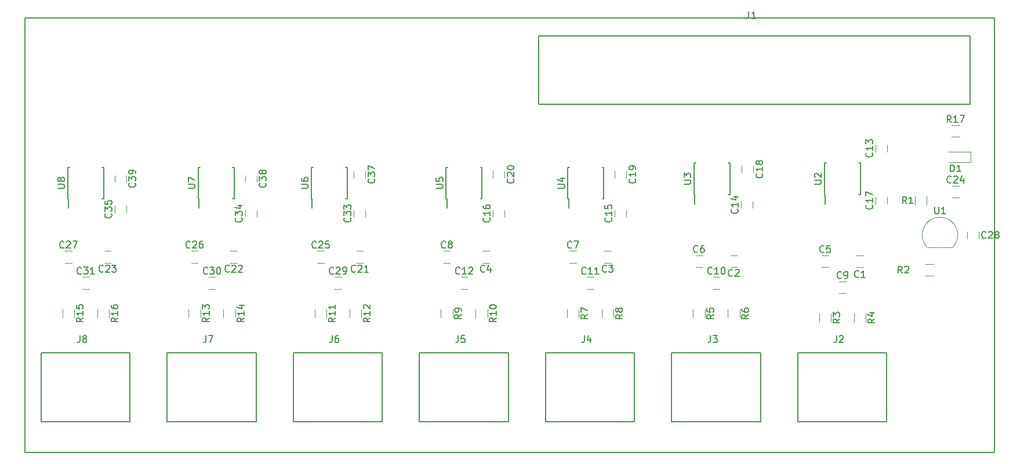
<source format=gbr>
G04 #@! TF.FileFunction,Legend,Top*
%FSLAX46Y46*%
G04 Gerber Fmt 4.6, Leading zero omitted, Abs format (unit mm)*
G04 Created by KiCad (PCBNEW 4.0.7) date Sun Jan 28 04:55:33 2018*
%MOMM*%
%LPD*%
G01*
G04 APERTURE LIST*
%ADD10C,0.100000*%
%ADD11C,0.150000*%
%ADD12C,0.120000*%
G04 APERTURE END LIST*
D10*
D11*
X106680000Y-33655000D02*
X106680000Y-97155000D01*
X106680000Y-33655000D02*
X248285000Y-33655000D01*
X248285000Y-97155000D02*
X106680000Y-97155000D01*
X248285000Y-33655000D02*
X248285000Y-97155000D01*
X223435000Y-59475000D02*
X223560000Y-59475000D01*
X223435000Y-54825000D02*
X223660000Y-54825000D01*
X228685000Y-54825000D02*
X228460000Y-54825000D01*
X228685000Y-59475000D02*
X228460000Y-59475000D01*
X223435000Y-59475000D02*
X223435000Y-54825000D01*
X228685000Y-59475000D02*
X228685000Y-54825000D01*
X223560000Y-59475000D02*
X223560000Y-60825000D01*
X231520000Y-92630000D02*
X232520000Y-92630000D01*
X231520000Y-82630000D02*
X232520000Y-82630000D01*
X219520000Y-92630000D02*
X219520000Y-82630000D01*
X219520000Y-82630000D02*
X231520000Y-82630000D01*
X232520000Y-82630000D02*
X232520000Y-92630000D01*
X231520000Y-92630000D02*
X219520000Y-92630000D01*
D12*
X228100000Y-70065000D02*
X229100000Y-70065000D01*
X229100000Y-68365000D02*
X228100000Y-68365000D01*
X224020000Y-68365000D02*
X223020000Y-68365000D01*
X223020000Y-70065000D02*
X224020000Y-70065000D01*
X226560000Y-72175000D02*
X225560000Y-72175000D01*
X225560000Y-73875000D02*
X226560000Y-73875000D01*
X209685000Y-70065000D02*
X210685000Y-70065000D01*
X210685000Y-68365000D02*
X209685000Y-68365000D01*
X191270000Y-69430000D02*
X192270000Y-69430000D01*
X192270000Y-67730000D02*
X191270000Y-67730000D01*
X173490000Y-69430000D02*
X174490000Y-69430000D01*
X174490000Y-67730000D02*
X173490000Y-67730000D01*
X205605000Y-68365000D02*
X204605000Y-68365000D01*
X204605000Y-70065000D02*
X205605000Y-70065000D01*
X187190000Y-67730000D02*
X186190000Y-67730000D01*
X186190000Y-69430000D02*
X187190000Y-69430000D01*
X168775000Y-67730000D02*
X167775000Y-67730000D01*
X167775000Y-69430000D02*
X168775000Y-69430000D01*
X208145000Y-71540000D02*
X207145000Y-71540000D01*
X207145000Y-73240000D02*
X208145000Y-73240000D01*
X189730000Y-71540000D02*
X188730000Y-71540000D01*
X188730000Y-73240000D02*
X189730000Y-73240000D01*
X171315000Y-71540000D02*
X170315000Y-71540000D01*
X170315000Y-73240000D02*
X171315000Y-73240000D01*
X230925000Y-52205000D02*
X230925000Y-53205000D01*
X232625000Y-53205000D02*
X232625000Y-52205000D01*
X211240000Y-60460000D02*
X211240000Y-61460000D01*
X212940000Y-61460000D02*
X212940000Y-60460000D01*
X192825000Y-61730000D02*
X192825000Y-62730000D01*
X194525000Y-62730000D02*
X194525000Y-61730000D01*
X175045000Y-61730000D02*
X175045000Y-62730000D01*
X176745000Y-62730000D02*
X176745000Y-61730000D01*
X230925000Y-59825000D02*
X230925000Y-60825000D01*
X232625000Y-60825000D02*
X232625000Y-59825000D01*
X213067000Y-56253000D02*
X213067000Y-55253000D01*
X211367000Y-55253000D02*
X211367000Y-56253000D01*
X194525000Y-57015000D02*
X194525000Y-56015000D01*
X192825000Y-56015000D02*
X192825000Y-57015000D01*
X176745000Y-57015000D02*
X176745000Y-56015000D01*
X175045000Y-56015000D02*
X175045000Y-57015000D01*
X155075000Y-69430000D02*
X156075000Y-69430000D01*
X156075000Y-67730000D02*
X155075000Y-67730000D01*
X136660000Y-69430000D02*
X137660000Y-69430000D01*
X137660000Y-67730000D02*
X136660000Y-67730000D01*
X118245000Y-69430000D02*
X119245000Y-69430000D01*
X119245000Y-67730000D02*
X118245000Y-67730000D01*
X243070000Y-58205000D02*
X242070000Y-58205000D01*
X242070000Y-59905000D02*
X243070000Y-59905000D01*
X150360000Y-67730000D02*
X149360000Y-67730000D01*
X149360000Y-69430000D02*
X150360000Y-69430000D01*
X131945000Y-67730000D02*
X130945000Y-67730000D01*
X130945000Y-69430000D02*
X131945000Y-69430000D01*
X113530000Y-67730000D02*
X112530000Y-67730000D01*
X112530000Y-69430000D02*
X113530000Y-69430000D01*
X244260000Y-64905000D02*
X244260000Y-65905000D01*
X245960000Y-65905000D02*
X245960000Y-64905000D01*
X152900000Y-71540000D02*
X151900000Y-71540000D01*
X151900000Y-73240000D02*
X152900000Y-73240000D01*
X134485000Y-71540000D02*
X133485000Y-71540000D01*
X133485000Y-73240000D02*
X134485000Y-73240000D01*
X116070000Y-71540000D02*
X115070000Y-71540000D01*
X115070000Y-73240000D02*
X116070000Y-73240000D01*
X154725000Y-61730000D02*
X154725000Y-62730000D01*
X156425000Y-62730000D02*
X156425000Y-61730000D01*
X138850000Y-61730000D02*
X138850000Y-62730000D01*
X140550000Y-62730000D02*
X140550000Y-61730000D01*
X119800000Y-61095000D02*
X119800000Y-62095000D01*
X121500000Y-62095000D02*
X121500000Y-61095000D01*
X156425000Y-57015000D02*
X156425000Y-56015000D01*
X154725000Y-56015000D02*
X154725000Y-57015000D01*
X140550000Y-57650000D02*
X140550000Y-56650000D01*
X138850000Y-56650000D02*
X138850000Y-57650000D01*
X121500000Y-57650000D02*
X121500000Y-56650000D01*
X119800000Y-56650000D02*
X119800000Y-57650000D01*
X241570000Y-53225000D02*
X244770000Y-53225000D01*
X244770000Y-54725000D02*
X241570000Y-54725000D01*
X244770000Y-54725000D02*
X244770000Y-53225000D01*
D11*
X181725000Y-42275000D02*
X181725000Y-36275000D01*
X181725000Y-36275000D02*
X244725000Y-36275000D01*
X244725000Y-36275000D02*
X244725000Y-46275000D01*
X244725000Y-46275000D02*
X181725000Y-46275000D01*
X181725000Y-46275000D02*
X181725000Y-42275000D01*
X213105000Y-92630000D02*
X214105000Y-92630000D01*
X213105000Y-82630000D02*
X214105000Y-82630000D01*
X201105000Y-92630000D02*
X201105000Y-82630000D01*
X201105000Y-82630000D02*
X213105000Y-82630000D01*
X214105000Y-82630000D02*
X214105000Y-92630000D01*
X213105000Y-92630000D02*
X201105000Y-92630000D01*
X194690000Y-92630000D02*
X195690000Y-92630000D01*
X194690000Y-82630000D02*
X195690000Y-82630000D01*
X182690000Y-92630000D02*
X182690000Y-82630000D01*
X182690000Y-82630000D02*
X194690000Y-82630000D01*
X195690000Y-82630000D02*
X195690000Y-92630000D01*
X194690000Y-92630000D02*
X182690000Y-92630000D01*
X176275000Y-92630000D02*
X177275000Y-92630000D01*
X176275000Y-82630000D02*
X177275000Y-82630000D01*
X164275000Y-92630000D02*
X164275000Y-82630000D01*
X164275000Y-82630000D02*
X176275000Y-82630000D01*
X177275000Y-82630000D02*
X177275000Y-92630000D01*
X176275000Y-92630000D02*
X164275000Y-92630000D01*
X157860000Y-92630000D02*
X158860000Y-92630000D01*
X157860000Y-82630000D02*
X158860000Y-82630000D01*
X145860000Y-92630000D02*
X145860000Y-82630000D01*
X145860000Y-82630000D02*
X157860000Y-82630000D01*
X158860000Y-82630000D02*
X158860000Y-92630000D01*
X157860000Y-92630000D02*
X145860000Y-92630000D01*
X139445000Y-92630000D02*
X140445000Y-92630000D01*
X139445000Y-82630000D02*
X140445000Y-82630000D01*
X127445000Y-92630000D02*
X127445000Y-82630000D01*
X127445000Y-82630000D02*
X139445000Y-82630000D01*
X140445000Y-82630000D02*
X140445000Y-92630000D01*
X139445000Y-92630000D02*
X127445000Y-92630000D01*
X121030000Y-92630000D02*
X122030000Y-92630000D01*
X121030000Y-82630000D02*
X122030000Y-82630000D01*
X109030000Y-92630000D02*
X109030000Y-82630000D01*
X109030000Y-82630000D02*
X121030000Y-82630000D01*
X122030000Y-82630000D02*
X122030000Y-92630000D01*
X121030000Y-92630000D02*
X109030000Y-92630000D01*
D12*
X238370000Y-59725000D02*
X238370000Y-60925000D01*
X236610000Y-60925000D02*
X236610000Y-59725000D01*
X238160000Y-69605000D02*
X239360000Y-69605000D01*
X239360000Y-71365000D02*
X238160000Y-71365000D01*
X222640000Y-78070000D02*
X222640000Y-76870000D01*
X224400000Y-76870000D02*
X224400000Y-78070000D01*
X227720000Y-78070000D02*
X227720000Y-76870000D01*
X229480000Y-76870000D02*
X229480000Y-78070000D01*
X204225000Y-77435000D02*
X204225000Y-76235000D01*
X205985000Y-76235000D02*
X205985000Y-77435000D01*
X209305000Y-77435000D02*
X209305000Y-76235000D01*
X211065000Y-76235000D02*
X211065000Y-77435000D01*
X185810000Y-77435000D02*
X185810000Y-76235000D01*
X187570000Y-76235000D02*
X187570000Y-77435000D01*
X190890000Y-77435000D02*
X190890000Y-76235000D01*
X192650000Y-76235000D02*
X192650000Y-77435000D01*
X167395000Y-77435000D02*
X167395000Y-76235000D01*
X169155000Y-76235000D02*
X169155000Y-77435000D01*
X172475000Y-77435000D02*
X172475000Y-76235000D01*
X174235000Y-76235000D02*
X174235000Y-77435000D01*
X148980000Y-77435000D02*
X148980000Y-76235000D01*
X150740000Y-76235000D02*
X150740000Y-77435000D01*
X154060000Y-77435000D02*
X154060000Y-76235000D01*
X155820000Y-76235000D02*
X155820000Y-77435000D01*
X130565000Y-77435000D02*
X130565000Y-76235000D01*
X132325000Y-76235000D02*
X132325000Y-77435000D01*
X135645000Y-77435000D02*
X135645000Y-76235000D01*
X137405000Y-76235000D02*
X137405000Y-77435000D01*
X112150000Y-77435000D02*
X112150000Y-76235000D01*
X113910000Y-76235000D02*
X113910000Y-77435000D01*
X117230000Y-77435000D02*
X117230000Y-76235000D01*
X118990000Y-76235000D02*
X118990000Y-77435000D01*
X243170000Y-51045000D02*
X241970000Y-51045000D01*
X241970000Y-49285000D02*
X243170000Y-49285000D01*
X238490000Y-67210000D02*
X242090000Y-67210000D01*
X238451522Y-67198478D02*
G75*
G02X240290000Y-62760000I1838478J1838478D01*
G01*
X242128478Y-67198478D02*
G75*
G03X240290000Y-62760000I-1838478J1838478D01*
G01*
D11*
X204385000Y-59475000D02*
X204510000Y-59475000D01*
X204385000Y-54825000D02*
X204610000Y-54825000D01*
X209635000Y-54825000D02*
X209410000Y-54825000D01*
X209635000Y-59475000D02*
X209410000Y-59475000D01*
X204385000Y-59475000D02*
X204385000Y-54825000D01*
X209635000Y-59475000D02*
X209635000Y-54825000D01*
X204510000Y-59475000D02*
X204510000Y-60825000D01*
X185970000Y-60110000D02*
X186095000Y-60110000D01*
X185970000Y-55460000D02*
X186195000Y-55460000D01*
X191220000Y-55460000D02*
X190995000Y-55460000D01*
X191220000Y-60110000D02*
X190995000Y-60110000D01*
X185970000Y-60110000D02*
X185970000Y-55460000D01*
X191220000Y-60110000D02*
X191220000Y-55460000D01*
X186095000Y-60110000D02*
X186095000Y-61460000D01*
X168190000Y-60110000D02*
X168315000Y-60110000D01*
X168190000Y-55460000D02*
X168415000Y-55460000D01*
X173440000Y-55460000D02*
X173215000Y-55460000D01*
X173440000Y-60110000D02*
X173215000Y-60110000D01*
X168190000Y-60110000D02*
X168190000Y-55460000D01*
X173440000Y-60110000D02*
X173440000Y-55460000D01*
X168315000Y-60110000D02*
X168315000Y-61460000D01*
X148505000Y-60110000D02*
X148630000Y-60110000D01*
X148505000Y-55460000D02*
X148730000Y-55460000D01*
X153755000Y-55460000D02*
X153530000Y-55460000D01*
X153755000Y-60110000D02*
X153530000Y-60110000D01*
X148505000Y-60110000D02*
X148505000Y-55460000D01*
X153755000Y-60110000D02*
X153755000Y-55460000D01*
X148630000Y-60110000D02*
X148630000Y-61460000D01*
X131995000Y-60110000D02*
X132120000Y-60110000D01*
X131995000Y-55460000D02*
X132220000Y-55460000D01*
X137245000Y-55460000D02*
X137020000Y-55460000D01*
X137245000Y-60110000D02*
X137020000Y-60110000D01*
X131995000Y-60110000D02*
X131995000Y-55460000D01*
X137245000Y-60110000D02*
X137245000Y-55460000D01*
X132120000Y-60110000D02*
X132120000Y-61460000D01*
X112945000Y-60110000D02*
X113070000Y-60110000D01*
X112945000Y-55460000D02*
X113170000Y-55460000D01*
X118195000Y-55460000D02*
X117970000Y-55460000D01*
X118195000Y-60110000D02*
X117970000Y-60110000D01*
X112945000Y-60110000D02*
X112945000Y-55460000D01*
X118195000Y-60110000D02*
X118195000Y-55460000D01*
X113070000Y-60110000D02*
X113070000Y-61460000D01*
X221962381Y-57911905D02*
X222771905Y-57911905D01*
X222867143Y-57864286D01*
X222914762Y-57816667D01*
X222962381Y-57721429D01*
X222962381Y-57530952D01*
X222914762Y-57435714D01*
X222867143Y-57388095D01*
X222771905Y-57340476D01*
X221962381Y-57340476D01*
X222057619Y-56911905D02*
X222010000Y-56864286D01*
X221962381Y-56769048D01*
X221962381Y-56530952D01*
X222010000Y-56435714D01*
X222057619Y-56388095D01*
X222152857Y-56340476D01*
X222248095Y-56340476D01*
X222390952Y-56388095D01*
X222962381Y-56959524D01*
X222962381Y-56340476D01*
X225186667Y-80082381D02*
X225186667Y-80796667D01*
X225139047Y-80939524D01*
X225043809Y-81034762D01*
X224900952Y-81082381D01*
X224805714Y-81082381D01*
X225615238Y-80177619D02*
X225662857Y-80130000D01*
X225758095Y-80082381D01*
X225996191Y-80082381D01*
X226091429Y-80130000D01*
X226139048Y-80177619D01*
X226186667Y-80272857D01*
X226186667Y-80368095D01*
X226139048Y-80510952D01*
X225567619Y-81082381D01*
X226186667Y-81082381D01*
X228433334Y-71477143D02*
X228385715Y-71524762D01*
X228242858Y-71572381D01*
X228147620Y-71572381D01*
X228004762Y-71524762D01*
X227909524Y-71429524D01*
X227861905Y-71334286D01*
X227814286Y-71143810D01*
X227814286Y-71000952D01*
X227861905Y-70810476D01*
X227909524Y-70715238D01*
X228004762Y-70620000D01*
X228147620Y-70572381D01*
X228242858Y-70572381D01*
X228385715Y-70620000D01*
X228433334Y-70667619D01*
X229385715Y-71572381D02*
X228814286Y-71572381D01*
X229100000Y-71572381D02*
X229100000Y-70572381D01*
X229004762Y-70715238D01*
X228909524Y-70810476D01*
X228814286Y-70858095D01*
X223353334Y-67822143D02*
X223305715Y-67869762D01*
X223162858Y-67917381D01*
X223067620Y-67917381D01*
X222924762Y-67869762D01*
X222829524Y-67774524D01*
X222781905Y-67679286D01*
X222734286Y-67488810D01*
X222734286Y-67345952D01*
X222781905Y-67155476D01*
X222829524Y-67060238D01*
X222924762Y-66965000D01*
X223067620Y-66917381D01*
X223162858Y-66917381D01*
X223305715Y-66965000D01*
X223353334Y-67012619D01*
X224258096Y-66917381D02*
X223781905Y-66917381D01*
X223734286Y-67393571D01*
X223781905Y-67345952D01*
X223877143Y-67298333D01*
X224115239Y-67298333D01*
X224210477Y-67345952D01*
X224258096Y-67393571D01*
X224305715Y-67488810D01*
X224305715Y-67726905D01*
X224258096Y-67822143D01*
X224210477Y-67869762D01*
X224115239Y-67917381D01*
X223877143Y-67917381D01*
X223781905Y-67869762D01*
X223734286Y-67822143D01*
X225893334Y-71632143D02*
X225845715Y-71679762D01*
X225702858Y-71727381D01*
X225607620Y-71727381D01*
X225464762Y-71679762D01*
X225369524Y-71584524D01*
X225321905Y-71489286D01*
X225274286Y-71298810D01*
X225274286Y-71155952D01*
X225321905Y-70965476D01*
X225369524Y-70870238D01*
X225464762Y-70775000D01*
X225607620Y-70727381D01*
X225702858Y-70727381D01*
X225845715Y-70775000D01*
X225893334Y-70822619D01*
X226369524Y-71727381D02*
X226560000Y-71727381D01*
X226655239Y-71679762D01*
X226702858Y-71632143D01*
X226798096Y-71489286D01*
X226845715Y-71298810D01*
X226845715Y-70917857D01*
X226798096Y-70822619D01*
X226750477Y-70775000D01*
X226655239Y-70727381D01*
X226464762Y-70727381D01*
X226369524Y-70775000D01*
X226321905Y-70822619D01*
X226274286Y-70917857D01*
X226274286Y-71155952D01*
X226321905Y-71251190D01*
X226369524Y-71298810D01*
X226464762Y-71346429D01*
X226655239Y-71346429D01*
X226750477Y-71298810D01*
X226798096Y-71251190D01*
X226845715Y-71155952D01*
X210018334Y-71322143D02*
X209970715Y-71369762D01*
X209827858Y-71417381D01*
X209732620Y-71417381D01*
X209589762Y-71369762D01*
X209494524Y-71274524D01*
X209446905Y-71179286D01*
X209399286Y-70988810D01*
X209399286Y-70845952D01*
X209446905Y-70655476D01*
X209494524Y-70560238D01*
X209589762Y-70465000D01*
X209732620Y-70417381D01*
X209827858Y-70417381D01*
X209970715Y-70465000D01*
X210018334Y-70512619D01*
X210399286Y-70512619D02*
X210446905Y-70465000D01*
X210542143Y-70417381D01*
X210780239Y-70417381D01*
X210875477Y-70465000D01*
X210923096Y-70512619D01*
X210970715Y-70607857D01*
X210970715Y-70703095D01*
X210923096Y-70845952D01*
X210351667Y-71417381D01*
X210970715Y-71417381D01*
X191603334Y-70687143D02*
X191555715Y-70734762D01*
X191412858Y-70782381D01*
X191317620Y-70782381D01*
X191174762Y-70734762D01*
X191079524Y-70639524D01*
X191031905Y-70544286D01*
X190984286Y-70353810D01*
X190984286Y-70210952D01*
X191031905Y-70020476D01*
X191079524Y-69925238D01*
X191174762Y-69830000D01*
X191317620Y-69782381D01*
X191412858Y-69782381D01*
X191555715Y-69830000D01*
X191603334Y-69877619D01*
X191936667Y-69782381D02*
X192555715Y-69782381D01*
X192222381Y-70163333D01*
X192365239Y-70163333D01*
X192460477Y-70210952D01*
X192508096Y-70258571D01*
X192555715Y-70353810D01*
X192555715Y-70591905D01*
X192508096Y-70687143D01*
X192460477Y-70734762D01*
X192365239Y-70782381D01*
X192079524Y-70782381D01*
X191984286Y-70734762D01*
X191936667Y-70687143D01*
X173823334Y-70687143D02*
X173775715Y-70734762D01*
X173632858Y-70782381D01*
X173537620Y-70782381D01*
X173394762Y-70734762D01*
X173299524Y-70639524D01*
X173251905Y-70544286D01*
X173204286Y-70353810D01*
X173204286Y-70210952D01*
X173251905Y-70020476D01*
X173299524Y-69925238D01*
X173394762Y-69830000D01*
X173537620Y-69782381D01*
X173632858Y-69782381D01*
X173775715Y-69830000D01*
X173823334Y-69877619D01*
X174680477Y-70115714D02*
X174680477Y-70782381D01*
X174442381Y-69734762D02*
X174204286Y-70449048D01*
X174823334Y-70449048D01*
X204938334Y-67822143D02*
X204890715Y-67869762D01*
X204747858Y-67917381D01*
X204652620Y-67917381D01*
X204509762Y-67869762D01*
X204414524Y-67774524D01*
X204366905Y-67679286D01*
X204319286Y-67488810D01*
X204319286Y-67345952D01*
X204366905Y-67155476D01*
X204414524Y-67060238D01*
X204509762Y-66965000D01*
X204652620Y-66917381D01*
X204747858Y-66917381D01*
X204890715Y-66965000D01*
X204938334Y-67012619D01*
X205795477Y-66917381D02*
X205605000Y-66917381D01*
X205509762Y-66965000D01*
X205462143Y-67012619D01*
X205366905Y-67155476D01*
X205319286Y-67345952D01*
X205319286Y-67726905D01*
X205366905Y-67822143D01*
X205414524Y-67869762D01*
X205509762Y-67917381D01*
X205700239Y-67917381D01*
X205795477Y-67869762D01*
X205843096Y-67822143D01*
X205890715Y-67726905D01*
X205890715Y-67488810D01*
X205843096Y-67393571D01*
X205795477Y-67345952D01*
X205700239Y-67298333D01*
X205509762Y-67298333D01*
X205414524Y-67345952D01*
X205366905Y-67393571D01*
X205319286Y-67488810D01*
X186523334Y-67187143D02*
X186475715Y-67234762D01*
X186332858Y-67282381D01*
X186237620Y-67282381D01*
X186094762Y-67234762D01*
X185999524Y-67139524D01*
X185951905Y-67044286D01*
X185904286Y-66853810D01*
X185904286Y-66710952D01*
X185951905Y-66520476D01*
X185999524Y-66425238D01*
X186094762Y-66330000D01*
X186237620Y-66282381D01*
X186332858Y-66282381D01*
X186475715Y-66330000D01*
X186523334Y-66377619D01*
X186856667Y-66282381D02*
X187523334Y-66282381D01*
X187094762Y-67282381D01*
X168108334Y-67187143D02*
X168060715Y-67234762D01*
X167917858Y-67282381D01*
X167822620Y-67282381D01*
X167679762Y-67234762D01*
X167584524Y-67139524D01*
X167536905Y-67044286D01*
X167489286Y-66853810D01*
X167489286Y-66710952D01*
X167536905Y-66520476D01*
X167584524Y-66425238D01*
X167679762Y-66330000D01*
X167822620Y-66282381D01*
X167917858Y-66282381D01*
X168060715Y-66330000D01*
X168108334Y-66377619D01*
X168679762Y-66710952D02*
X168584524Y-66663333D01*
X168536905Y-66615714D01*
X168489286Y-66520476D01*
X168489286Y-66472857D01*
X168536905Y-66377619D01*
X168584524Y-66330000D01*
X168679762Y-66282381D01*
X168870239Y-66282381D01*
X168965477Y-66330000D01*
X169013096Y-66377619D01*
X169060715Y-66472857D01*
X169060715Y-66520476D01*
X169013096Y-66615714D01*
X168965477Y-66663333D01*
X168870239Y-66710952D01*
X168679762Y-66710952D01*
X168584524Y-66758571D01*
X168536905Y-66806190D01*
X168489286Y-66901429D01*
X168489286Y-67091905D01*
X168536905Y-67187143D01*
X168584524Y-67234762D01*
X168679762Y-67282381D01*
X168870239Y-67282381D01*
X168965477Y-67234762D01*
X169013096Y-67187143D01*
X169060715Y-67091905D01*
X169060715Y-66901429D01*
X169013096Y-66806190D01*
X168965477Y-66758571D01*
X168870239Y-66710952D01*
X207002143Y-70997143D02*
X206954524Y-71044762D01*
X206811667Y-71092381D01*
X206716429Y-71092381D01*
X206573571Y-71044762D01*
X206478333Y-70949524D01*
X206430714Y-70854286D01*
X206383095Y-70663810D01*
X206383095Y-70520952D01*
X206430714Y-70330476D01*
X206478333Y-70235238D01*
X206573571Y-70140000D01*
X206716429Y-70092381D01*
X206811667Y-70092381D01*
X206954524Y-70140000D01*
X207002143Y-70187619D01*
X207954524Y-71092381D02*
X207383095Y-71092381D01*
X207668809Y-71092381D02*
X207668809Y-70092381D01*
X207573571Y-70235238D01*
X207478333Y-70330476D01*
X207383095Y-70378095D01*
X208573571Y-70092381D02*
X208668810Y-70092381D01*
X208764048Y-70140000D01*
X208811667Y-70187619D01*
X208859286Y-70282857D01*
X208906905Y-70473333D01*
X208906905Y-70711429D01*
X208859286Y-70901905D01*
X208811667Y-70997143D01*
X208764048Y-71044762D01*
X208668810Y-71092381D01*
X208573571Y-71092381D01*
X208478333Y-71044762D01*
X208430714Y-70997143D01*
X208383095Y-70901905D01*
X208335476Y-70711429D01*
X208335476Y-70473333D01*
X208383095Y-70282857D01*
X208430714Y-70187619D01*
X208478333Y-70140000D01*
X208573571Y-70092381D01*
X188587143Y-70997143D02*
X188539524Y-71044762D01*
X188396667Y-71092381D01*
X188301429Y-71092381D01*
X188158571Y-71044762D01*
X188063333Y-70949524D01*
X188015714Y-70854286D01*
X187968095Y-70663810D01*
X187968095Y-70520952D01*
X188015714Y-70330476D01*
X188063333Y-70235238D01*
X188158571Y-70140000D01*
X188301429Y-70092381D01*
X188396667Y-70092381D01*
X188539524Y-70140000D01*
X188587143Y-70187619D01*
X189539524Y-71092381D02*
X188968095Y-71092381D01*
X189253809Y-71092381D02*
X189253809Y-70092381D01*
X189158571Y-70235238D01*
X189063333Y-70330476D01*
X188968095Y-70378095D01*
X190491905Y-71092381D02*
X189920476Y-71092381D01*
X190206190Y-71092381D02*
X190206190Y-70092381D01*
X190110952Y-70235238D01*
X190015714Y-70330476D01*
X189920476Y-70378095D01*
X170172143Y-70997143D02*
X170124524Y-71044762D01*
X169981667Y-71092381D01*
X169886429Y-71092381D01*
X169743571Y-71044762D01*
X169648333Y-70949524D01*
X169600714Y-70854286D01*
X169553095Y-70663810D01*
X169553095Y-70520952D01*
X169600714Y-70330476D01*
X169648333Y-70235238D01*
X169743571Y-70140000D01*
X169886429Y-70092381D01*
X169981667Y-70092381D01*
X170124524Y-70140000D01*
X170172143Y-70187619D01*
X171124524Y-71092381D02*
X170553095Y-71092381D01*
X170838809Y-71092381D02*
X170838809Y-70092381D01*
X170743571Y-70235238D01*
X170648333Y-70330476D01*
X170553095Y-70378095D01*
X171505476Y-70187619D02*
X171553095Y-70140000D01*
X171648333Y-70092381D01*
X171886429Y-70092381D01*
X171981667Y-70140000D01*
X172029286Y-70187619D01*
X172076905Y-70282857D01*
X172076905Y-70378095D01*
X172029286Y-70520952D01*
X171457857Y-71092381D01*
X172076905Y-71092381D01*
X230382143Y-53347857D02*
X230429762Y-53395476D01*
X230477381Y-53538333D01*
X230477381Y-53633571D01*
X230429762Y-53776429D01*
X230334524Y-53871667D01*
X230239286Y-53919286D01*
X230048810Y-53966905D01*
X229905952Y-53966905D01*
X229715476Y-53919286D01*
X229620238Y-53871667D01*
X229525000Y-53776429D01*
X229477381Y-53633571D01*
X229477381Y-53538333D01*
X229525000Y-53395476D01*
X229572619Y-53347857D01*
X230477381Y-52395476D02*
X230477381Y-52966905D01*
X230477381Y-52681191D02*
X229477381Y-52681191D01*
X229620238Y-52776429D01*
X229715476Y-52871667D01*
X229763095Y-52966905D01*
X229477381Y-52062143D02*
X229477381Y-51443095D01*
X229858333Y-51776429D01*
X229858333Y-51633571D01*
X229905952Y-51538333D01*
X229953571Y-51490714D01*
X230048810Y-51443095D01*
X230286905Y-51443095D01*
X230382143Y-51490714D01*
X230429762Y-51538333D01*
X230477381Y-51633571D01*
X230477381Y-51919286D01*
X230429762Y-52014524D01*
X230382143Y-52062143D01*
X210697143Y-61602857D02*
X210744762Y-61650476D01*
X210792381Y-61793333D01*
X210792381Y-61888571D01*
X210744762Y-62031429D01*
X210649524Y-62126667D01*
X210554286Y-62174286D01*
X210363810Y-62221905D01*
X210220952Y-62221905D01*
X210030476Y-62174286D01*
X209935238Y-62126667D01*
X209840000Y-62031429D01*
X209792381Y-61888571D01*
X209792381Y-61793333D01*
X209840000Y-61650476D01*
X209887619Y-61602857D01*
X210792381Y-60650476D02*
X210792381Y-61221905D01*
X210792381Y-60936191D02*
X209792381Y-60936191D01*
X209935238Y-61031429D01*
X210030476Y-61126667D01*
X210078095Y-61221905D01*
X210125714Y-59793333D02*
X210792381Y-59793333D01*
X209744762Y-60031429D02*
X210459048Y-60269524D01*
X210459048Y-59650476D01*
X192282143Y-62872857D02*
X192329762Y-62920476D01*
X192377381Y-63063333D01*
X192377381Y-63158571D01*
X192329762Y-63301429D01*
X192234524Y-63396667D01*
X192139286Y-63444286D01*
X191948810Y-63491905D01*
X191805952Y-63491905D01*
X191615476Y-63444286D01*
X191520238Y-63396667D01*
X191425000Y-63301429D01*
X191377381Y-63158571D01*
X191377381Y-63063333D01*
X191425000Y-62920476D01*
X191472619Y-62872857D01*
X192377381Y-61920476D02*
X192377381Y-62491905D01*
X192377381Y-62206191D02*
X191377381Y-62206191D01*
X191520238Y-62301429D01*
X191615476Y-62396667D01*
X191663095Y-62491905D01*
X191377381Y-61015714D02*
X191377381Y-61491905D01*
X191853571Y-61539524D01*
X191805952Y-61491905D01*
X191758333Y-61396667D01*
X191758333Y-61158571D01*
X191805952Y-61063333D01*
X191853571Y-61015714D01*
X191948810Y-60968095D01*
X192186905Y-60968095D01*
X192282143Y-61015714D01*
X192329762Y-61063333D01*
X192377381Y-61158571D01*
X192377381Y-61396667D01*
X192329762Y-61491905D01*
X192282143Y-61539524D01*
X174502143Y-62872857D02*
X174549762Y-62920476D01*
X174597381Y-63063333D01*
X174597381Y-63158571D01*
X174549762Y-63301429D01*
X174454524Y-63396667D01*
X174359286Y-63444286D01*
X174168810Y-63491905D01*
X174025952Y-63491905D01*
X173835476Y-63444286D01*
X173740238Y-63396667D01*
X173645000Y-63301429D01*
X173597381Y-63158571D01*
X173597381Y-63063333D01*
X173645000Y-62920476D01*
X173692619Y-62872857D01*
X174597381Y-61920476D02*
X174597381Y-62491905D01*
X174597381Y-62206191D02*
X173597381Y-62206191D01*
X173740238Y-62301429D01*
X173835476Y-62396667D01*
X173883095Y-62491905D01*
X173597381Y-61063333D02*
X173597381Y-61253810D01*
X173645000Y-61349048D01*
X173692619Y-61396667D01*
X173835476Y-61491905D01*
X174025952Y-61539524D01*
X174406905Y-61539524D01*
X174502143Y-61491905D01*
X174549762Y-61444286D01*
X174597381Y-61349048D01*
X174597381Y-61158571D01*
X174549762Y-61063333D01*
X174502143Y-61015714D01*
X174406905Y-60968095D01*
X174168810Y-60968095D01*
X174073571Y-61015714D01*
X174025952Y-61063333D01*
X173978333Y-61158571D01*
X173978333Y-61349048D01*
X174025952Y-61444286D01*
X174073571Y-61491905D01*
X174168810Y-61539524D01*
X230382143Y-60967857D02*
X230429762Y-61015476D01*
X230477381Y-61158333D01*
X230477381Y-61253571D01*
X230429762Y-61396429D01*
X230334524Y-61491667D01*
X230239286Y-61539286D01*
X230048810Y-61586905D01*
X229905952Y-61586905D01*
X229715476Y-61539286D01*
X229620238Y-61491667D01*
X229525000Y-61396429D01*
X229477381Y-61253571D01*
X229477381Y-61158333D01*
X229525000Y-61015476D01*
X229572619Y-60967857D01*
X230477381Y-60015476D02*
X230477381Y-60586905D01*
X230477381Y-60301191D02*
X229477381Y-60301191D01*
X229620238Y-60396429D01*
X229715476Y-60491667D01*
X229763095Y-60586905D01*
X229477381Y-59682143D02*
X229477381Y-59015476D01*
X230477381Y-59444048D01*
X214324143Y-56395857D02*
X214371762Y-56443476D01*
X214419381Y-56586333D01*
X214419381Y-56681571D01*
X214371762Y-56824429D01*
X214276524Y-56919667D01*
X214181286Y-56967286D01*
X213990810Y-57014905D01*
X213847952Y-57014905D01*
X213657476Y-56967286D01*
X213562238Y-56919667D01*
X213467000Y-56824429D01*
X213419381Y-56681571D01*
X213419381Y-56586333D01*
X213467000Y-56443476D01*
X213514619Y-56395857D01*
X214419381Y-55443476D02*
X214419381Y-56014905D01*
X214419381Y-55729191D02*
X213419381Y-55729191D01*
X213562238Y-55824429D01*
X213657476Y-55919667D01*
X213705095Y-56014905D01*
X213847952Y-54872048D02*
X213800333Y-54967286D01*
X213752714Y-55014905D01*
X213657476Y-55062524D01*
X213609857Y-55062524D01*
X213514619Y-55014905D01*
X213467000Y-54967286D01*
X213419381Y-54872048D01*
X213419381Y-54681571D01*
X213467000Y-54586333D01*
X213514619Y-54538714D01*
X213609857Y-54491095D01*
X213657476Y-54491095D01*
X213752714Y-54538714D01*
X213800333Y-54586333D01*
X213847952Y-54681571D01*
X213847952Y-54872048D01*
X213895571Y-54967286D01*
X213943190Y-55014905D01*
X214038429Y-55062524D01*
X214228905Y-55062524D01*
X214324143Y-55014905D01*
X214371762Y-54967286D01*
X214419381Y-54872048D01*
X214419381Y-54681571D01*
X214371762Y-54586333D01*
X214324143Y-54538714D01*
X214228905Y-54491095D01*
X214038429Y-54491095D01*
X213943190Y-54538714D01*
X213895571Y-54586333D01*
X213847952Y-54681571D01*
X195782143Y-57157857D02*
X195829762Y-57205476D01*
X195877381Y-57348333D01*
X195877381Y-57443571D01*
X195829762Y-57586429D01*
X195734524Y-57681667D01*
X195639286Y-57729286D01*
X195448810Y-57776905D01*
X195305952Y-57776905D01*
X195115476Y-57729286D01*
X195020238Y-57681667D01*
X194925000Y-57586429D01*
X194877381Y-57443571D01*
X194877381Y-57348333D01*
X194925000Y-57205476D01*
X194972619Y-57157857D01*
X195877381Y-56205476D02*
X195877381Y-56776905D01*
X195877381Y-56491191D02*
X194877381Y-56491191D01*
X195020238Y-56586429D01*
X195115476Y-56681667D01*
X195163095Y-56776905D01*
X195877381Y-55729286D02*
X195877381Y-55538810D01*
X195829762Y-55443571D01*
X195782143Y-55395952D01*
X195639286Y-55300714D01*
X195448810Y-55253095D01*
X195067857Y-55253095D01*
X194972619Y-55300714D01*
X194925000Y-55348333D01*
X194877381Y-55443571D01*
X194877381Y-55634048D01*
X194925000Y-55729286D01*
X194972619Y-55776905D01*
X195067857Y-55824524D01*
X195305952Y-55824524D01*
X195401190Y-55776905D01*
X195448810Y-55729286D01*
X195496429Y-55634048D01*
X195496429Y-55443571D01*
X195448810Y-55348333D01*
X195401190Y-55300714D01*
X195305952Y-55253095D01*
X178002143Y-57157857D02*
X178049762Y-57205476D01*
X178097381Y-57348333D01*
X178097381Y-57443571D01*
X178049762Y-57586429D01*
X177954524Y-57681667D01*
X177859286Y-57729286D01*
X177668810Y-57776905D01*
X177525952Y-57776905D01*
X177335476Y-57729286D01*
X177240238Y-57681667D01*
X177145000Y-57586429D01*
X177097381Y-57443571D01*
X177097381Y-57348333D01*
X177145000Y-57205476D01*
X177192619Y-57157857D01*
X177192619Y-56776905D02*
X177145000Y-56729286D01*
X177097381Y-56634048D01*
X177097381Y-56395952D01*
X177145000Y-56300714D01*
X177192619Y-56253095D01*
X177287857Y-56205476D01*
X177383095Y-56205476D01*
X177525952Y-56253095D01*
X178097381Y-56824524D01*
X178097381Y-56205476D01*
X177097381Y-55586429D02*
X177097381Y-55491190D01*
X177145000Y-55395952D01*
X177192619Y-55348333D01*
X177287857Y-55300714D01*
X177478333Y-55253095D01*
X177716429Y-55253095D01*
X177906905Y-55300714D01*
X178002143Y-55348333D01*
X178049762Y-55395952D01*
X178097381Y-55491190D01*
X178097381Y-55586429D01*
X178049762Y-55681667D01*
X178002143Y-55729286D01*
X177906905Y-55776905D01*
X177716429Y-55824524D01*
X177478333Y-55824524D01*
X177287857Y-55776905D01*
X177192619Y-55729286D01*
X177145000Y-55681667D01*
X177097381Y-55586429D01*
X154932143Y-70687143D02*
X154884524Y-70734762D01*
X154741667Y-70782381D01*
X154646429Y-70782381D01*
X154503571Y-70734762D01*
X154408333Y-70639524D01*
X154360714Y-70544286D01*
X154313095Y-70353810D01*
X154313095Y-70210952D01*
X154360714Y-70020476D01*
X154408333Y-69925238D01*
X154503571Y-69830000D01*
X154646429Y-69782381D01*
X154741667Y-69782381D01*
X154884524Y-69830000D01*
X154932143Y-69877619D01*
X155313095Y-69877619D02*
X155360714Y-69830000D01*
X155455952Y-69782381D01*
X155694048Y-69782381D01*
X155789286Y-69830000D01*
X155836905Y-69877619D01*
X155884524Y-69972857D01*
X155884524Y-70068095D01*
X155836905Y-70210952D01*
X155265476Y-70782381D01*
X155884524Y-70782381D01*
X156836905Y-70782381D02*
X156265476Y-70782381D01*
X156551190Y-70782381D02*
X156551190Y-69782381D01*
X156455952Y-69925238D01*
X156360714Y-70020476D01*
X156265476Y-70068095D01*
X136517143Y-70687143D02*
X136469524Y-70734762D01*
X136326667Y-70782381D01*
X136231429Y-70782381D01*
X136088571Y-70734762D01*
X135993333Y-70639524D01*
X135945714Y-70544286D01*
X135898095Y-70353810D01*
X135898095Y-70210952D01*
X135945714Y-70020476D01*
X135993333Y-69925238D01*
X136088571Y-69830000D01*
X136231429Y-69782381D01*
X136326667Y-69782381D01*
X136469524Y-69830000D01*
X136517143Y-69877619D01*
X136898095Y-69877619D02*
X136945714Y-69830000D01*
X137040952Y-69782381D01*
X137279048Y-69782381D01*
X137374286Y-69830000D01*
X137421905Y-69877619D01*
X137469524Y-69972857D01*
X137469524Y-70068095D01*
X137421905Y-70210952D01*
X136850476Y-70782381D01*
X137469524Y-70782381D01*
X137850476Y-69877619D02*
X137898095Y-69830000D01*
X137993333Y-69782381D01*
X138231429Y-69782381D01*
X138326667Y-69830000D01*
X138374286Y-69877619D01*
X138421905Y-69972857D01*
X138421905Y-70068095D01*
X138374286Y-70210952D01*
X137802857Y-70782381D01*
X138421905Y-70782381D01*
X118102143Y-70687143D02*
X118054524Y-70734762D01*
X117911667Y-70782381D01*
X117816429Y-70782381D01*
X117673571Y-70734762D01*
X117578333Y-70639524D01*
X117530714Y-70544286D01*
X117483095Y-70353810D01*
X117483095Y-70210952D01*
X117530714Y-70020476D01*
X117578333Y-69925238D01*
X117673571Y-69830000D01*
X117816429Y-69782381D01*
X117911667Y-69782381D01*
X118054524Y-69830000D01*
X118102143Y-69877619D01*
X118483095Y-69877619D02*
X118530714Y-69830000D01*
X118625952Y-69782381D01*
X118864048Y-69782381D01*
X118959286Y-69830000D01*
X119006905Y-69877619D01*
X119054524Y-69972857D01*
X119054524Y-70068095D01*
X119006905Y-70210952D01*
X118435476Y-70782381D01*
X119054524Y-70782381D01*
X119387857Y-69782381D02*
X120006905Y-69782381D01*
X119673571Y-70163333D01*
X119816429Y-70163333D01*
X119911667Y-70210952D01*
X119959286Y-70258571D01*
X120006905Y-70353810D01*
X120006905Y-70591905D01*
X119959286Y-70687143D01*
X119911667Y-70734762D01*
X119816429Y-70782381D01*
X119530714Y-70782381D01*
X119435476Y-70734762D01*
X119387857Y-70687143D01*
X241927143Y-57662143D02*
X241879524Y-57709762D01*
X241736667Y-57757381D01*
X241641429Y-57757381D01*
X241498571Y-57709762D01*
X241403333Y-57614524D01*
X241355714Y-57519286D01*
X241308095Y-57328810D01*
X241308095Y-57185952D01*
X241355714Y-56995476D01*
X241403333Y-56900238D01*
X241498571Y-56805000D01*
X241641429Y-56757381D01*
X241736667Y-56757381D01*
X241879524Y-56805000D01*
X241927143Y-56852619D01*
X242308095Y-56852619D02*
X242355714Y-56805000D01*
X242450952Y-56757381D01*
X242689048Y-56757381D01*
X242784286Y-56805000D01*
X242831905Y-56852619D01*
X242879524Y-56947857D01*
X242879524Y-57043095D01*
X242831905Y-57185952D01*
X242260476Y-57757381D01*
X242879524Y-57757381D01*
X243736667Y-57090714D02*
X243736667Y-57757381D01*
X243498571Y-56709762D02*
X243260476Y-57424048D01*
X243879524Y-57424048D01*
X149217143Y-67187143D02*
X149169524Y-67234762D01*
X149026667Y-67282381D01*
X148931429Y-67282381D01*
X148788571Y-67234762D01*
X148693333Y-67139524D01*
X148645714Y-67044286D01*
X148598095Y-66853810D01*
X148598095Y-66710952D01*
X148645714Y-66520476D01*
X148693333Y-66425238D01*
X148788571Y-66330000D01*
X148931429Y-66282381D01*
X149026667Y-66282381D01*
X149169524Y-66330000D01*
X149217143Y-66377619D01*
X149598095Y-66377619D02*
X149645714Y-66330000D01*
X149740952Y-66282381D01*
X149979048Y-66282381D01*
X150074286Y-66330000D01*
X150121905Y-66377619D01*
X150169524Y-66472857D01*
X150169524Y-66568095D01*
X150121905Y-66710952D01*
X149550476Y-67282381D01*
X150169524Y-67282381D01*
X151074286Y-66282381D02*
X150598095Y-66282381D01*
X150550476Y-66758571D01*
X150598095Y-66710952D01*
X150693333Y-66663333D01*
X150931429Y-66663333D01*
X151026667Y-66710952D01*
X151074286Y-66758571D01*
X151121905Y-66853810D01*
X151121905Y-67091905D01*
X151074286Y-67187143D01*
X151026667Y-67234762D01*
X150931429Y-67282381D01*
X150693333Y-67282381D01*
X150598095Y-67234762D01*
X150550476Y-67187143D01*
X130802143Y-67187143D02*
X130754524Y-67234762D01*
X130611667Y-67282381D01*
X130516429Y-67282381D01*
X130373571Y-67234762D01*
X130278333Y-67139524D01*
X130230714Y-67044286D01*
X130183095Y-66853810D01*
X130183095Y-66710952D01*
X130230714Y-66520476D01*
X130278333Y-66425238D01*
X130373571Y-66330000D01*
X130516429Y-66282381D01*
X130611667Y-66282381D01*
X130754524Y-66330000D01*
X130802143Y-66377619D01*
X131183095Y-66377619D02*
X131230714Y-66330000D01*
X131325952Y-66282381D01*
X131564048Y-66282381D01*
X131659286Y-66330000D01*
X131706905Y-66377619D01*
X131754524Y-66472857D01*
X131754524Y-66568095D01*
X131706905Y-66710952D01*
X131135476Y-67282381D01*
X131754524Y-67282381D01*
X132611667Y-66282381D02*
X132421190Y-66282381D01*
X132325952Y-66330000D01*
X132278333Y-66377619D01*
X132183095Y-66520476D01*
X132135476Y-66710952D01*
X132135476Y-67091905D01*
X132183095Y-67187143D01*
X132230714Y-67234762D01*
X132325952Y-67282381D01*
X132516429Y-67282381D01*
X132611667Y-67234762D01*
X132659286Y-67187143D01*
X132706905Y-67091905D01*
X132706905Y-66853810D01*
X132659286Y-66758571D01*
X132611667Y-66710952D01*
X132516429Y-66663333D01*
X132325952Y-66663333D01*
X132230714Y-66710952D01*
X132183095Y-66758571D01*
X132135476Y-66853810D01*
X112387143Y-67187143D02*
X112339524Y-67234762D01*
X112196667Y-67282381D01*
X112101429Y-67282381D01*
X111958571Y-67234762D01*
X111863333Y-67139524D01*
X111815714Y-67044286D01*
X111768095Y-66853810D01*
X111768095Y-66710952D01*
X111815714Y-66520476D01*
X111863333Y-66425238D01*
X111958571Y-66330000D01*
X112101429Y-66282381D01*
X112196667Y-66282381D01*
X112339524Y-66330000D01*
X112387143Y-66377619D01*
X112768095Y-66377619D02*
X112815714Y-66330000D01*
X112910952Y-66282381D01*
X113149048Y-66282381D01*
X113244286Y-66330000D01*
X113291905Y-66377619D01*
X113339524Y-66472857D01*
X113339524Y-66568095D01*
X113291905Y-66710952D01*
X112720476Y-67282381D01*
X113339524Y-67282381D01*
X113672857Y-66282381D02*
X114339524Y-66282381D01*
X113910952Y-67282381D01*
X247007143Y-65762143D02*
X246959524Y-65809762D01*
X246816667Y-65857381D01*
X246721429Y-65857381D01*
X246578571Y-65809762D01*
X246483333Y-65714524D01*
X246435714Y-65619286D01*
X246388095Y-65428810D01*
X246388095Y-65285952D01*
X246435714Y-65095476D01*
X246483333Y-65000238D01*
X246578571Y-64905000D01*
X246721429Y-64857381D01*
X246816667Y-64857381D01*
X246959524Y-64905000D01*
X247007143Y-64952619D01*
X247388095Y-64952619D02*
X247435714Y-64905000D01*
X247530952Y-64857381D01*
X247769048Y-64857381D01*
X247864286Y-64905000D01*
X247911905Y-64952619D01*
X247959524Y-65047857D01*
X247959524Y-65143095D01*
X247911905Y-65285952D01*
X247340476Y-65857381D01*
X247959524Y-65857381D01*
X248530952Y-65285952D02*
X248435714Y-65238333D01*
X248388095Y-65190714D01*
X248340476Y-65095476D01*
X248340476Y-65047857D01*
X248388095Y-64952619D01*
X248435714Y-64905000D01*
X248530952Y-64857381D01*
X248721429Y-64857381D01*
X248816667Y-64905000D01*
X248864286Y-64952619D01*
X248911905Y-65047857D01*
X248911905Y-65095476D01*
X248864286Y-65190714D01*
X248816667Y-65238333D01*
X248721429Y-65285952D01*
X248530952Y-65285952D01*
X248435714Y-65333571D01*
X248388095Y-65381190D01*
X248340476Y-65476429D01*
X248340476Y-65666905D01*
X248388095Y-65762143D01*
X248435714Y-65809762D01*
X248530952Y-65857381D01*
X248721429Y-65857381D01*
X248816667Y-65809762D01*
X248864286Y-65762143D01*
X248911905Y-65666905D01*
X248911905Y-65476429D01*
X248864286Y-65381190D01*
X248816667Y-65333571D01*
X248721429Y-65285952D01*
X151757143Y-70997143D02*
X151709524Y-71044762D01*
X151566667Y-71092381D01*
X151471429Y-71092381D01*
X151328571Y-71044762D01*
X151233333Y-70949524D01*
X151185714Y-70854286D01*
X151138095Y-70663810D01*
X151138095Y-70520952D01*
X151185714Y-70330476D01*
X151233333Y-70235238D01*
X151328571Y-70140000D01*
X151471429Y-70092381D01*
X151566667Y-70092381D01*
X151709524Y-70140000D01*
X151757143Y-70187619D01*
X152138095Y-70187619D02*
X152185714Y-70140000D01*
X152280952Y-70092381D01*
X152519048Y-70092381D01*
X152614286Y-70140000D01*
X152661905Y-70187619D01*
X152709524Y-70282857D01*
X152709524Y-70378095D01*
X152661905Y-70520952D01*
X152090476Y-71092381D01*
X152709524Y-71092381D01*
X153185714Y-71092381D02*
X153376190Y-71092381D01*
X153471429Y-71044762D01*
X153519048Y-70997143D01*
X153614286Y-70854286D01*
X153661905Y-70663810D01*
X153661905Y-70282857D01*
X153614286Y-70187619D01*
X153566667Y-70140000D01*
X153471429Y-70092381D01*
X153280952Y-70092381D01*
X153185714Y-70140000D01*
X153138095Y-70187619D01*
X153090476Y-70282857D01*
X153090476Y-70520952D01*
X153138095Y-70616190D01*
X153185714Y-70663810D01*
X153280952Y-70711429D01*
X153471429Y-70711429D01*
X153566667Y-70663810D01*
X153614286Y-70616190D01*
X153661905Y-70520952D01*
X133342143Y-70997143D02*
X133294524Y-71044762D01*
X133151667Y-71092381D01*
X133056429Y-71092381D01*
X132913571Y-71044762D01*
X132818333Y-70949524D01*
X132770714Y-70854286D01*
X132723095Y-70663810D01*
X132723095Y-70520952D01*
X132770714Y-70330476D01*
X132818333Y-70235238D01*
X132913571Y-70140000D01*
X133056429Y-70092381D01*
X133151667Y-70092381D01*
X133294524Y-70140000D01*
X133342143Y-70187619D01*
X133675476Y-70092381D02*
X134294524Y-70092381D01*
X133961190Y-70473333D01*
X134104048Y-70473333D01*
X134199286Y-70520952D01*
X134246905Y-70568571D01*
X134294524Y-70663810D01*
X134294524Y-70901905D01*
X134246905Y-70997143D01*
X134199286Y-71044762D01*
X134104048Y-71092381D01*
X133818333Y-71092381D01*
X133723095Y-71044762D01*
X133675476Y-70997143D01*
X134913571Y-70092381D02*
X135008810Y-70092381D01*
X135104048Y-70140000D01*
X135151667Y-70187619D01*
X135199286Y-70282857D01*
X135246905Y-70473333D01*
X135246905Y-70711429D01*
X135199286Y-70901905D01*
X135151667Y-70997143D01*
X135104048Y-71044762D01*
X135008810Y-71092381D01*
X134913571Y-71092381D01*
X134818333Y-71044762D01*
X134770714Y-70997143D01*
X134723095Y-70901905D01*
X134675476Y-70711429D01*
X134675476Y-70473333D01*
X134723095Y-70282857D01*
X134770714Y-70187619D01*
X134818333Y-70140000D01*
X134913571Y-70092381D01*
X114927143Y-70997143D02*
X114879524Y-71044762D01*
X114736667Y-71092381D01*
X114641429Y-71092381D01*
X114498571Y-71044762D01*
X114403333Y-70949524D01*
X114355714Y-70854286D01*
X114308095Y-70663810D01*
X114308095Y-70520952D01*
X114355714Y-70330476D01*
X114403333Y-70235238D01*
X114498571Y-70140000D01*
X114641429Y-70092381D01*
X114736667Y-70092381D01*
X114879524Y-70140000D01*
X114927143Y-70187619D01*
X115260476Y-70092381D02*
X115879524Y-70092381D01*
X115546190Y-70473333D01*
X115689048Y-70473333D01*
X115784286Y-70520952D01*
X115831905Y-70568571D01*
X115879524Y-70663810D01*
X115879524Y-70901905D01*
X115831905Y-70997143D01*
X115784286Y-71044762D01*
X115689048Y-71092381D01*
X115403333Y-71092381D01*
X115308095Y-71044762D01*
X115260476Y-70997143D01*
X116831905Y-71092381D02*
X116260476Y-71092381D01*
X116546190Y-71092381D02*
X116546190Y-70092381D01*
X116450952Y-70235238D01*
X116355714Y-70330476D01*
X116260476Y-70378095D01*
X154182143Y-62872857D02*
X154229762Y-62920476D01*
X154277381Y-63063333D01*
X154277381Y-63158571D01*
X154229762Y-63301429D01*
X154134524Y-63396667D01*
X154039286Y-63444286D01*
X153848810Y-63491905D01*
X153705952Y-63491905D01*
X153515476Y-63444286D01*
X153420238Y-63396667D01*
X153325000Y-63301429D01*
X153277381Y-63158571D01*
X153277381Y-63063333D01*
X153325000Y-62920476D01*
X153372619Y-62872857D01*
X153277381Y-62539524D02*
X153277381Y-61920476D01*
X153658333Y-62253810D01*
X153658333Y-62110952D01*
X153705952Y-62015714D01*
X153753571Y-61968095D01*
X153848810Y-61920476D01*
X154086905Y-61920476D01*
X154182143Y-61968095D01*
X154229762Y-62015714D01*
X154277381Y-62110952D01*
X154277381Y-62396667D01*
X154229762Y-62491905D01*
X154182143Y-62539524D01*
X153277381Y-61587143D02*
X153277381Y-60968095D01*
X153658333Y-61301429D01*
X153658333Y-61158571D01*
X153705952Y-61063333D01*
X153753571Y-61015714D01*
X153848810Y-60968095D01*
X154086905Y-60968095D01*
X154182143Y-61015714D01*
X154229762Y-61063333D01*
X154277381Y-61158571D01*
X154277381Y-61444286D01*
X154229762Y-61539524D01*
X154182143Y-61587143D01*
X138307143Y-62872857D02*
X138354762Y-62920476D01*
X138402381Y-63063333D01*
X138402381Y-63158571D01*
X138354762Y-63301429D01*
X138259524Y-63396667D01*
X138164286Y-63444286D01*
X137973810Y-63491905D01*
X137830952Y-63491905D01*
X137640476Y-63444286D01*
X137545238Y-63396667D01*
X137450000Y-63301429D01*
X137402381Y-63158571D01*
X137402381Y-63063333D01*
X137450000Y-62920476D01*
X137497619Y-62872857D01*
X137402381Y-62539524D02*
X137402381Y-61920476D01*
X137783333Y-62253810D01*
X137783333Y-62110952D01*
X137830952Y-62015714D01*
X137878571Y-61968095D01*
X137973810Y-61920476D01*
X138211905Y-61920476D01*
X138307143Y-61968095D01*
X138354762Y-62015714D01*
X138402381Y-62110952D01*
X138402381Y-62396667D01*
X138354762Y-62491905D01*
X138307143Y-62539524D01*
X137735714Y-61063333D02*
X138402381Y-61063333D01*
X137354762Y-61301429D02*
X138069048Y-61539524D01*
X138069048Y-60920476D01*
X119257143Y-62237857D02*
X119304762Y-62285476D01*
X119352381Y-62428333D01*
X119352381Y-62523571D01*
X119304762Y-62666429D01*
X119209524Y-62761667D01*
X119114286Y-62809286D01*
X118923810Y-62856905D01*
X118780952Y-62856905D01*
X118590476Y-62809286D01*
X118495238Y-62761667D01*
X118400000Y-62666429D01*
X118352381Y-62523571D01*
X118352381Y-62428333D01*
X118400000Y-62285476D01*
X118447619Y-62237857D01*
X118352381Y-61904524D02*
X118352381Y-61285476D01*
X118733333Y-61618810D01*
X118733333Y-61475952D01*
X118780952Y-61380714D01*
X118828571Y-61333095D01*
X118923810Y-61285476D01*
X119161905Y-61285476D01*
X119257143Y-61333095D01*
X119304762Y-61380714D01*
X119352381Y-61475952D01*
X119352381Y-61761667D01*
X119304762Y-61856905D01*
X119257143Y-61904524D01*
X118352381Y-60380714D02*
X118352381Y-60856905D01*
X118828571Y-60904524D01*
X118780952Y-60856905D01*
X118733333Y-60761667D01*
X118733333Y-60523571D01*
X118780952Y-60428333D01*
X118828571Y-60380714D01*
X118923810Y-60333095D01*
X119161905Y-60333095D01*
X119257143Y-60380714D01*
X119304762Y-60428333D01*
X119352381Y-60523571D01*
X119352381Y-60761667D01*
X119304762Y-60856905D01*
X119257143Y-60904524D01*
X157682143Y-57157857D02*
X157729762Y-57205476D01*
X157777381Y-57348333D01*
X157777381Y-57443571D01*
X157729762Y-57586429D01*
X157634524Y-57681667D01*
X157539286Y-57729286D01*
X157348810Y-57776905D01*
X157205952Y-57776905D01*
X157015476Y-57729286D01*
X156920238Y-57681667D01*
X156825000Y-57586429D01*
X156777381Y-57443571D01*
X156777381Y-57348333D01*
X156825000Y-57205476D01*
X156872619Y-57157857D01*
X156777381Y-56824524D02*
X156777381Y-56205476D01*
X157158333Y-56538810D01*
X157158333Y-56395952D01*
X157205952Y-56300714D01*
X157253571Y-56253095D01*
X157348810Y-56205476D01*
X157586905Y-56205476D01*
X157682143Y-56253095D01*
X157729762Y-56300714D01*
X157777381Y-56395952D01*
X157777381Y-56681667D01*
X157729762Y-56776905D01*
X157682143Y-56824524D01*
X156777381Y-55872143D02*
X156777381Y-55205476D01*
X157777381Y-55634048D01*
X141807143Y-57792857D02*
X141854762Y-57840476D01*
X141902381Y-57983333D01*
X141902381Y-58078571D01*
X141854762Y-58221429D01*
X141759524Y-58316667D01*
X141664286Y-58364286D01*
X141473810Y-58411905D01*
X141330952Y-58411905D01*
X141140476Y-58364286D01*
X141045238Y-58316667D01*
X140950000Y-58221429D01*
X140902381Y-58078571D01*
X140902381Y-57983333D01*
X140950000Y-57840476D01*
X140997619Y-57792857D01*
X140902381Y-57459524D02*
X140902381Y-56840476D01*
X141283333Y-57173810D01*
X141283333Y-57030952D01*
X141330952Y-56935714D01*
X141378571Y-56888095D01*
X141473810Y-56840476D01*
X141711905Y-56840476D01*
X141807143Y-56888095D01*
X141854762Y-56935714D01*
X141902381Y-57030952D01*
X141902381Y-57316667D01*
X141854762Y-57411905D01*
X141807143Y-57459524D01*
X141330952Y-56269048D02*
X141283333Y-56364286D01*
X141235714Y-56411905D01*
X141140476Y-56459524D01*
X141092857Y-56459524D01*
X140997619Y-56411905D01*
X140950000Y-56364286D01*
X140902381Y-56269048D01*
X140902381Y-56078571D01*
X140950000Y-55983333D01*
X140997619Y-55935714D01*
X141092857Y-55888095D01*
X141140476Y-55888095D01*
X141235714Y-55935714D01*
X141283333Y-55983333D01*
X141330952Y-56078571D01*
X141330952Y-56269048D01*
X141378571Y-56364286D01*
X141426190Y-56411905D01*
X141521429Y-56459524D01*
X141711905Y-56459524D01*
X141807143Y-56411905D01*
X141854762Y-56364286D01*
X141902381Y-56269048D01*
X141902381Y-56078571D01*
X141854762Y-55983333D01*
X141807143Y-55935714D01*
X141711905Y-55888095D01*
X141521429Y-55888095D01*
X141426190Y-55935714D01*
X141378571Y-55983333D01*
X141330952Y-56078571D01*
X122757143Y-57792857D02*
X122804762Y-57840476D01*
X122852381Y-57983333D01*
X122852381Y-58078571D01*
X122804762Y-58221429D01*
X122709524Y-58316667D01*
X122614286Y-58364286D01*
X122423810Y-58411905D01*
X122280952Y-58411905D01*
X122090476Y-58364286D01*
X121995238Y-58316667D01*
X121900000Y-58221429D01*
X121852381Y-58078571D01*
X121852381Y-57983333D01*
X121900000Y-57840476D01*
X121947619Y-57792857D01*
X121852381Y-57459524D02*
X121852381Y-56840476D01*
X122233333Y-57173810D01*
X122233333Y-57030952D01*
X122280952Y-56935714D01*
X122328571Y-56888095D01*
X122423810Y-56840476D01*
X122661905Y-56840476D01*
X122757143Y-56888095D01*
X122804762Y-56935714D01*
X122852381Y-57030952D01*
X122852381Y-57316667D01*
X122804762Y-57411905D01*
X122757143Y-57459524D01*
X122852381Y-56364286D02*
X122852381Y-56173810D01*
X122804762Y-56078571D01*
X122757143Y-56030952D01*
X122614286Y-55935714D01*
X122423810Y-55888095D01*
X122042857Y-55888095D01*
X121947619Y-55935714D01*
X121900000Y-55983333D01*
X121852381Y-56078571D01*
X121852381Y-56269048D01*
X121900000Y-56364286D01*
X121947619Y-56411905D01*
X122042857Y-56459524D01*
X122280952Y-56459524D01*
X122376190Y-56411905D01*
X122423810Y-56364286D01*
X122471429Y-56269048D01*
X122471429Y-56078571D01*
X122423810Y-55983333D01*
X122376190Y-55935714D01*
X122280952Y-55888095D01*
X241831905Y-56127381D02*
X241831905Y-55127381D01*
X242070000Y-55127381D01*
X242212858Y-55175000D01*
X242308096Y-55270238D01*
X242355715Y-55365476D01*
X242403334Y-55555952D01*
X242403334Y-55698810D01*
X242355715Y-55889286D01*
X242308096Y-55984524D01*
X242212858Y-56079762D01*
X242070000Y-56127381D01*
X241831905Y-56127381D01*
X243355715Y-56127381D02*
X242784286Y-56127381D01*
X243070000Y-56127381D02*
X243070000Y-55127381D01*
X242974762Y-55270238D01*
X242879524Y-55365476D01*
X242784286Y-55413095D01*
X212391667Y-32727381D02*
X212391667Y-33441667D01*
X212344047Y-33584524D01*
X212248809Y-33679762D01*
X212105952Y-33727381D01*
X212010714Y-33727381D01*
X213391667Y-33727381D02*
X212820238Y-33727381D01*
X213105952Y-33727381D02*
X213105952Y-32727381D01*
X213010714Y-32870238D01*
X212915476Y-32965476D01*
X212820238Y-33013095D01*
X206771667Y-80082381D02*
X206771667Y-80796667D01*
X206724047Y-80939524D01*
X206628809Y-81034762D01*
X206485952Y-81082381D01*
X206390714Y-81082381D01*
X207152619Y-80082381D02*
X207771667Y-80082381D01*
X207438333Y-80463333D01*
X207581191Y-80463333D01*
X207676429Y-80510952D01*
X207724048Y-80558571D01*
X207771667Y-80653810D01*
X207771667Y-80891905D01*
X207724048Y-80987143D01*
X207676429Y-81034762D01*
X207581191Y-81082381D01*
X207295476Y-81082381D01*
X207200238Y-81034762D01*
X207152619Y-80987143D01*
X188356667Y-80082381D02*
X188356667Y-80796667D01*
X188309047Y-80939524D01*
X188213809Y-81034762D01*
X188070952Y-81082381D01*
X187975714Y-81082381D01*
X189261429Y-80415714D02*
X189261429Y-81082381D01*
X189023333Y-80034762D02*
X188785238Y-80749048D01*
X189404286Y-80749048D01*
X169941667Y-80082381D02*
X169941667Y-80796667D01*
X169894047Y-80939524D01*
X169798809Y-81034762D01*
X169655952Y-81082381D01*
X169560714Y-81082381D01*
X170894048Y-80082381D02*
X170417857Y-80082381D01*
X170370238Y-80558571D01*
X170417857Y-80510952D01*
X170513095Y-80463333D01*
X170751191Y-80463333D01*
X170846429Y-80510952D01*
X170894048Y-80558571D01*
X170941667Y-80653810D01*
X170941667Y-80891905D01*
X170894048Y-80987143D01*
X170846429Y-81034762D01*
X170751191Y-81082381D01*
X170513095Y-81082381D01*
X170417857Y-81034762D01*
X170370238Y-80987143D01*
X151526667Y-80082381D02*
X151526667Y-80796667D01*
X151479047Y-80939524D01*
X151383809Y-81034762D01*
X151240952Y-81082381D01*
X151145714Y-81082381D01*
X152431429Y-80082381D02*
X152240952Y-80082381D01*
X152145714Y-80130000D01*
X152098095Y-80177619D01*
X152002857Y-80320476D01*
X151955238Y-80510952D01*
X151955238Y-80891905D01*
X152002857Y-80987143D01*
X152050476Y-81034762D01*
X152145714Y-81082381D01*
X152336191Y-81082381D01*
X152431429Y-81034762D01*
X152479048Y-80987143D01*
X152526667Y-80891905D01*
X152526667Y-80653810D01*
X152479048Y-80558571D01*
X152431429Y-80510952D01*
X152336191Y-80463333D01*
X152145714Y-80463333D01*
X152050476Y-80510952D01*
X152002857Y-80558571D01*
X151955238Y-80653810D01*
X133111667Y-80082381D02*
X133111667Y-80796667D01*
X133064047Y-80939524D01*
X132968809Y-81034762D01*
X132825952Y-81082381D01*
X132730714Y-81082381D01*
X133492619Y-80082381D02*
X134159286Y-80082381D01*
X133730714Y-81082381D01*
X114696667Y-80082381D02*
X114696667Y-80796667D01*
X114649047Y-80939524D01*
X114553809Y-81034762D01*
X114410952Y-81082381D01*
X114315714Y-81082381D01*
X115315714Y-80510952D02*
X115220476Y-80463333D01*
X115172857Y-80415714D01*
X115125238Y-80320476D01*
X115125238Y-80272857D01*
X115172857Y-80177619D01*
X115220476Y-80130000D01*
X115315714Y-80082381D01*
X115506191Y-80082381D01*
X115601429Y-80130000D01*
X115649048Y-80177619D01*
X115696667Y-80272857D01*
X115696667Y-80320476D01*
X115649048Y-80415714D01*
X115601429Y-80463333D01*
X115506191Y-80510952D01*
X115315714Y-80510952D01*
X115220476Y-80558571D01*
X115172857Y-80606190D01*
X115125238Y-80701429D01*
X115125238Y-80891905D01*
X115172857Y-80987143D01*
X115220476Y-81034762D01*
X115315714Y-81082381D01*
X115506191Y-81082381D01*
X115601429Y-81034762D01*
X115649048Y-80987143D01*
X115696667Y-80891905D01*
X115696667Y-80701429D01*
X115649048Y-80606190D01*
X115601429Y-80558571D01*
X115506191Y-80510952D01*
X235418334Y-60777381D02*
X235085000Y-60301190D01*
X234846905Y-60777381D02*
X234846905Y-59777381D01*
X235227858Y-59777381D01*
X235323096Y-59825000D01*
X235370715Y-59872619D01*
X235418334Y-59967857D01*
X235418334Y-60110714D01*
X235370715Y-60205952D01*
X235323096Y-60253571D01*
X235227858Y-60301190D01*
X234846905Y-60301190D01*
X236370715Y-60777381D02*
X235799286Y-60777381D01*
X236085000Y-60777381D02*
X236085000Y-59777381D01*
X235989762Y-59920238D01*
X235894524Y-60015476D01*
X235799286Y-60063095D01*
X234783334Y-70937381D02*
X234450000Y-70461190D01*
X234211905Y-70937381D02*
X234211905Y-69937381D01*
X234592858Y-69937381D01*
X234688096Y-69985000D01*
X234735715Y-70032619D01*
X234783334Y-70127857D01*
X234783334Y-70270714D01*
X234735715Y-70365952D01*
X234688096Y-70413571D01*
X234592858Y-70461190D01*
X234211905Y-70461190D01*
X235164286Y-70032619D02*
X235211905Y-69985000D01*
X235307143Y-69937381D01*
X235545239Y-69937381D01*
X235640477Y-69985000D01*
X235688096Y-70032619D01*
X235735715Y-70127857D01*
X235735715Y-70223095D01*
X235688096Y-70365952D01*
X235116667Y-70937381D01*
X235735715Y-70937381D01*
X225672381Y-77636666D02*
X225196190Y-77970000D01*
X225672381Y-78208095D02*
X224672381Y-78208095D01*
X224672381Y-77827142D01*
X224720000Y-77731904D01*
X224767619Y-77684285D01*
X224862857Y-77636666D01*
X225005714Y-77636666D01*
X225100952Y-77684285D01*
X225148571Y-77731904D01*
X225196190Y-77827142D01*
X225196190Y-78208095D01*
X224672381Y-77303333D02*
X224672381Y-76684285D01*
X225053333Y-77017619D01*
X225053333Y-76874761D01*
X225100952Y-76779523D01*
X225148571Y-76731904D01*
X225243810Y-76684285D01*
X225481905Y-76684285D01*
X225577143Y-76731904D01*
X225624762Y-76779523D01*
X225672381Y-76874761D01*
X225672381Y-77160476D01*
X225624762Y-77255714D01*
X225577143Y-77303333D01*
X230752381Y-77636666D02*
X230276190Y-77970000D01*
X230752381Y-78208095D02*
X229752381Y-78208095D01*
X229752381Y-77827142D01*
X229800000Y-77731904D01*
X229847619Y-77684285D01*
X229942857Y-77636666D01*
X230085714Y-77636666D01*
X230180952Y-77684285D01*
X230228571Y-77731904D01*
X230276190Y-77827142D01*
X230276190Y-78208095D01*
X230085714Y-76779523D02*
X230752381Y-76779523D01*
X229704762Y-77017619D02*
X230419048Y-77255714D01*
X230419048Y-76636666D01*
X207257381Y-77001666D02*
X206781190Y-77335000D01*
X207257381Y-77573095D02*
X206257381Y-77573095D01*
X206257381Y-77192142D01*
X206305000Y-77096904D01*
X206352619Y-77049285D01*
X206447857Y-77001666D01*
X206590714Y-77001666D01*
X206685952Y-77049285D01*
X206733571Y-77096904D01*
X206781190Y-77192142D01*
X206781190Y-77573095D01*
X206257381Y-76096904D02*
X206257381Y-76573095D01*
X206733571Y-76620714D01*
X206685952Y-76573095D01*
X206638333Y-76477857D01*
X206638333Y-76239761D01*
X206685952Y-76144523D01*
X206733571Y-76096904D01*
X206828810Y-76049285D01*
X207066905Y-76049285D01*
X207162143Y-76096904D01*
X207209762Y-76144523D01*
X207257381Y-76239761D01*
X207257381Y-76477857D01*
X207209762Y-76573095D01*
X207162143Y-76620714D01*
X212337381Y-77001666D02*
X211861190Y-77335000D01*
X212337381Y-77573095D02*
X211337381Y-77573095D01*
X211337381Y-77192142D01*
X211385000Y-77096904D01*
X211432619Y-77049285D01*
X211527857Y-77001666D01*
X211670714Y-77001666D01*
X211765952Y-77049285D01*
X211813571Y-77096904D01*
X211861190Y-77192142D01*
X211861190Y-77573095D01*
X211337381Y-76144523D02*
X211337381Y-76335000D01*
X211385000Y-76430238D01*
X211432619Y-76477857D01*
X211575476Y-76573095D01*
X211765952Y-76620714D01*
X212146905Y-76620714D01*
X212242143Y-76573095D01*
X212289762Y-76525476D01*
X212337381Y-76430238D01*
X212337381Y-76239761D01*
X212289762Y-76144523D01*
X212242143Y-76096904D01*
X212146905Y-76049285D01*
X211908810Y-76049285D01*
X211813571Y-76096904D01*
X211765952Y-76144523D01*
X211718333Y-76239761D01*
X211718333Y-76430238D01*
X211765952Y-76525476D01*
X211813571Y-76573095D01*
X211908810Y-76620714D01*
X188842381Y-77001666D02*
X188366190Y-77335000D01*
X188842381Y-77573095D02*
X187842381Y-77573095D01*
X187842381Y-77192142D01*
X187890000Y-77096904D01*
X187937619Y-77049285D01*
X188032857Y-77001666D01*
X188175714Y-77001666D01*
X188270952Y-77049285D01*
X188318571Y-77096904D01*
X188366190Y-77192142D01*
X188366190Y-77573095D01*
X187842381Y-76668333D02*
X187842381Y-76001666D01*
X188842381Y-76430238D01*
X193922381Y-77001666D02*
X193446190Y-77335000D01*
X193922381Y-77573095D02*
X192922381Y-77573095D01*
X192922381Y-77192142D01*
X192970000Y-77096904D01*
X193017619Y-77049285D01*
X193112857Y-77001666D01*
X193255714Y-77001666D01*
X193350952Y-77049285D01*
X193398571Y-77096904D01*
X193446190Y-77192142D01*
X193446190Y-77573095D01*
X193350952Y-76430238D02*
X193303333Y-76525476D01*
X193255714Y-76573095D01*
X193160476Y-76620714D01*
X193112857Y-76620714D01*
X193017619Y-76573095D01*
X192970000Y-76525476D01*
X192922381Y-76430238D01*
X192922381Y-76239761D01*
X192970000Y-76144523D01*
X193017619Y-76096904D01*
X193112857Y-76049285D01*
X193160476Y-76049285D01*
X193255714Y-76096904D01*
X193303333Y-76144523D01*
X193350952Y-76239761D01*
X193350952Y-76430238D01*
X193398571Y-76525476D01*
X193446190Y-76573095D01*
X193541429Y-76620714D01*
X193731905Y-76620714D01*
X193827143Y-76573095D01*
X193874762Y-76525476D01*
X193922381Y-76430238D01*
X193922381Y-76239761D01*
X193874762Y-76144523D01*
X193827143Y-76096904D01*
X193731905Y-76049285D01*
X193541429Y-76049285D01*
X193446190Y-76096904D01*
X193398571Y-76144523D01*
X193350952Y-76239761D01*
X170427381Y-77001666D02*
X169951190Y-77335000D01*
X170427381Y-77573095D02*
X169427381Y-77573095D01*
X169427381Y-77192142D01*
X169475000Y-77096904D01*
X169522619Y-77049285D01*
X169617857Y-77001666D01*
X169760714Y-77001666D01*
X169855952Y-77049285D01*
X169903571Y-77096904D01*
X169951190Y-77192142D01*
X169951190Y-77573095D01*
X170427381Y-76525476D02*
X170427381Y-76335000D01*
X170379762Y-76239761D01*
X170332143Y-76192142D01*
X170189286Y-76096904D01*
X169998810Y-76049285D01*
X169617857Y-76049285D01*
X169522619Y-76096904D01*
X169475000Y-76144523D01*
X169427381Y-76239761D01*
X169427381Y-76430238D01*
X169475000Y-76525476D01*
X169522619Y-76573095D01*
X169617857Y-76620714D01*
X169855952Y-76620714D01*
X169951190Y-76573095D01*
X169998810Y-76525476D01*
X170046429Y-76430238D01*
X170046429Y-76239761D01*
X169998810Y-76144523D01*
X169951190Y-76096904D01*
X169855952Y-76049285D01*
X175507381Y-77477857D02*
X175031190Y-77811191D01*
X175507381Y-78049286D02*
X174507381Y-78049286D01*
X174507381Y-77668333D01*
X174555000Y-77573095D01*
X174602619Y-77525476D01*
X174697857Y-77477857D01*
X174840714Y-77477857D01*
X174935952Y-77525476D01*
X174983571Y-77573095D01*
X175031190Y-77668333D01*
X175031190Y-78049286D01*
X175507381Y-76525476D02*
X175507381Y-77096905D01*
X175507381Y-76811191D02*
X174507381Y-76811191D01*
X174650238Y-76906429D01*
X174745476Y-77001667D01*
X174793095Y-77096905D01*
X174507381Y-75906429D02*
X174507381Y-75811190D01*
X174555000Y-75715952D01*
X174602619Y-75668333D01*
X174697857Y-75620714D01*
X174888333Y-75573095D01*
X175126429Y-75573095D01*
X175316905Y-75620714D01*
X175412143Y-75668333D01*
X175459762Y-75715952D01*
X175507381Y-75811190D01*
X175507381Y-75906429D01*
X175459762Y-76001667D01*
X175412143Y-76049286D01*
X175316905Y-76096905D01*
X175126429Y-76144524D01*
X174888333Y-76144524D01*
X174697857Y-76096905D01*
X174602619Y-76049286D01*
X174555000Y-76001667D01*
X174507381Y-75906429D01*
X152012381Y-77477857D02*
X151536190Y-77811191D01*
X152012381Y-78049286D02*
X151012381Y-78049286D01*
X151012381Y-77668333D01*
X151060000Y-77573095D01*
X151107619Y-77525476D01*
X151202857Y-77477857D01*
X151345714Y-77477857D01*
X151440952Y-77525476D01*
X151488571Y-77573095D01*
X151536190Y-77668333D01*
X151536190Y-78049286D01*
X152012381Y-76525476D02*
X152012381Y-77096905D01*
X152012381Y-76811191D02*
X151012381Y-76811191D01*
X151155238Y-76906429D01*
X151250476Y-77001667D01*
X151298095Y-77096905D01*
X152012381Y-75573095D02*
X152012381Y-76144524D01*
X152012381Y-75858810D02*
X151012381Y-75858810D01*
X151155238Y-75954048D01*
X151250476Y-76049286D01*
X151298095Y-76144524D01*
X157092381Y-77477857D02*
X156616190Y-77811191D01*
X157092381Y-78049286D02*
X156092381Y-78049286D01*
X156092381Y-77668333D01*
X156140000Y-77573095D01*
X156187619Y-77525476D01*
X156282857Y-77477857D01*
X156425714Y-77477857D01*
X156520952Y-77525476D01*
X156568571Y-77573095D01*
X156616190Y-77668333D01*
X156616190Y-78049286D01*
X157092381Y-76525476D02*
X157092381Y-77096905D01*
X157092381Y-76811191D02*
X156092381Y-76811191D01*
X156235238Y-76906429D01*
X156330476Y-77001667D01*
X156378095Y-77096905D01*
X156187619Y-76144524D02*
X156140000Y-76096905D01*
X156092381Y-76001667D01*
X156092381Y-75763571D01*
X156140000Y-75668333D01*
X156187619Y-75620714D01*
X156282857Y-75573095D01*
X156378095Y-75573095D01*
X156520952Y-75620714D01*
X157092381Y-76192143D01*
X157092381Y-75573095D01*
X133597381Y-77477857D02*
X133121190Y-77811191D01*
X133597381Y-78049286D02*
X132597381Y-78049286D01*
X132597381Y-77668333D01*
X132645000Y-77573095D01*
X132692619Y-77525476D01*
X132787857Y-77477857D01*
X132930714Y-77477857D01*
X133025952Y-77525476D01*
X133073571Y-77573095D01*
X133121190Y-77668333D01*
X133121190Y-78049286D01*
X133597381Y-76525476D02*
X133597381Y-77096905D01*
X133597381Y-76811191D02*
X132597381Y-76811191D01*
X132740238Y-76906429D01*
X132835476Y-77001667D01*
X132883095Y-77096905D01*
X132597381Y-76192143D02*
X132597381Y-75573095D01*
X132978333Y-75906429D01*
X132978333Y-75763571D01*
X133025952Y-75668333D01*
X133073571Y-75620714D01*
X133168810Y-75573095D01*
X133406905Y-75573095D01*
X133502143Y-75620714D01*
X133549762Y-75668333D01*
X133597381Y-75763571D01*
X133597381Y-76049286D01*
X133549762Y-76144524D01*
X133502143Y-76192143D01*
X138677381Y-77477857D02*
X138201190Y-77811191D01*
X138677381Y-78049286D02*
X137677381Y-78049286D01*
X137677381Y-77668333D01*
X137725000Y-77573095D01*
X137772619Y-77525476D01*
X137867857Y-77477857D01*
X138010714Y-77477857D01*
X138105952Y-77525476D01*
X138153571Y-77573095D01*
X138201190Y-77668333D01*
X138201190Y-78049286D01*
X138677381Y-76525476D02*
X138677381Y-77096905D01*
X138677381Y-76811191D02*
X137677381Y-76811191D01*
X137820238Y-76906429D01*
X137915476Y-77001667D01*
X137963095Y-77096905D01*
X138010714Y-75668333D02*
X138677381Y-75668333D01*
X137629762Y-75906429D02*
X138344048Y-76144524D01*
X138344048Y-75525476D01*
X115182381Y-77477857D02*
X114706190Y-77811191D01*
X115182381Y-78049286D02*
X114182381Y-78049286D01*
X114182381Y-77668333D01*
X114230000Y-77573095D01*
X114277619Y-77525476D01*
X114372857Y-77477857D01*
X114515714Y-77477857D01*
X114610952Y-77525476D01*
X114658571Y-77573095D01*
X114706190Y-77668333D01*
X114706190Y-78049286D01*
X115182381Y-76525476D02*
X115182381Y-77096905D01*
X115182381Y-76811191D02*
X114182381Y-76811191D01*
X114325238Y-76906429D01*
X114420476Y-77001667D01*
X114468095Y-77096905D01*
X114182381Y-75620714D02*
X114182381Y-76096905D01*
X114658571Y-76144524D01*
X114610952Y-76096905D01*
X114563333Y-76001667D01*
X114563333Y-75763571D01*
X114610952Y-75668333D01*
X114658571Y-75620714D01*
X114753810Y-75573095D01*
X114991905Y-75573095D01*
X115087143Y-75620714D01*
X115134762Y-75668333D01*
X115182381Y-75763571D01*
X115182381Y-76001667D01*
X115134762Y-76096905D01*
X115087143Y-76144524D01*
X120262381Y-77477857D02*
X119786190Y-77811191D01*
X120262381Y-78049286D02*
X119262381Y-78049286D01*
X119262381Y-77668333D01*
X119310000Y-77573095D01*
X119357619Y-77525476D01*
X119452857Y-77477857D01*
X119595714Y-77477857D01*
X119690952Y-77525476D01*
X119738571Y-77573095D01*
X119786190Y-77668333D01*
X119786190Y-78049286D01*
X120262381Y-76525476D02*
X120262381Y-77096905D01*
X120262381Y-76811191D02*
X119262381Y-76811191D01*
X119405238Y-76906429D01*
X119500476Y-77001667D01*
X119548095Y-77096905D01*
X119262381Y-75668333D02*
X119262381Y-75858810D01*
X119310000Y-75954048D01*
X119357619Y-76001667D01*
X119500476Y-76096905D01*
X119690952Y-76144524D01*
X120071905Y-76144524D01*
X120167143Y-76096905D01*
X120214762Y-76049286D01*
X120262381Y-75954048D01*
X120262381Y-75763571D01*
X120214762Y-75668333D01*
X120167143Y-75620714D01*
X120071905Y-75573095D01*
X119833810Y-75573095D01*
X119738571Y-75620714D01*
X119690952Y-75668333D01*
X119643333Y-75763571D01*
X119643333Y-75954048D01*
X119690952Y-76049286D01*
X119738571Y-76096905D01*
X119833810Y-76144524D01*
X241927143Y-48917381D02*
X241593809Y-48441190D01*
X241355714Y-48917381D02*
X241355714Y-47917381D01*
X241736667Y-47917381D01*
X241831905Y-47965000D01*
X241879524Y-48012619D01*
X241927143Y-48107857D01*
X241927143Y-48250714D01*
X241879524Y-48345952D01*
X241831905Y-48393571D01*
X241736667Y-48441190D01*
X241355714Y-48441190D01*
X242879524Y-48917381D02*
X242308095Y-48917381D01*
X242593809Y-48917381D02*
X242593809Y-47917381D01*
X242498571Y-48060238D01*
X242403333Y-48155476D01*
X242308095Y-48203095D01*
X243212857Y-47917381D02*
X243879524Y-47917381D01*
X243450952Y-48917381D01*
X239528095Y-61252381D02*
X239528095Y-62061905D01*
X239575714Y-62157143D01*
X239623333Y-62204762D01*
X239718571Y-62252381D01*
X239909048Y-62252381D01*
X240004286Y-62204762D01*
X240051905Y-62157143D01*
X240099524Y-62061905D01*
X240099524Y-61252381D01*
X241099524Y-62252381D02*
X240528095Y-62252381D01*
X240813809Y-62252381D02*
X240813809Y-61252381D01*
X240718571Y-61395238D01*
X240623333Y-61490476D01*
X240528095Y-61538095D01*
X202912381Y-57911905D02*
X203721905Y-57911905D01*
X203817143Y-57864286D01*
X203864762Y-57816667D01*
X203912381Y-57721429D01*
X203912381Y-57530952D01*
X203864762Y-57435714D01*
X203817143Y-57388095D01*
X203721905Y-57340476D01*
X202912381Y-57340476D01*
X202912381Y-56959524D02*
X202912381Y-56340476D01*
X203293333Y-56673810D01*
X203293333Y-56530952D01*
X203340952Y-56435714D01*
X203388571Y-56388095D01*
X203483810Y-56340476D01*
X203721905Y-56340476D01*
X203817143Y-56388095D01*
X203864762Y-56435714D01*
X203912381Y-56530952D01*
X203912381Y-56816667D01*
X203864762Y-56911905D01*
X203817143Y-56959524D01*
X184497381Y-58546905D02*
X185306905Y-58546905D01*
X185402143Y-58499286D01*
X185449762Y-58451667D01*
X185497381Y-58356429D01*
X185497381Y-58165952D01*
X185449762Y-58070714D01*
X185402143Y-58023095D01*
X185306905Y-57975476D01*
X184497381Y-57975476D01*
X184830714Y-57070714D02*
X185497381Y-57070714D01*
X184449762Y-57308810D02*
X185164048Y-57546905D01*
X185164048Y-56927857D01*
X166717381Y-58546905D02*
X167526905Y-58546905D01*
X167622143Y-58499286D01*
X167669762Y-58451667D01*
X167717381Y-58356429D01*
X167717381Y-58165952D01*
X167669762Y-58070714D01*
X167622143Y-58023095D01*
X167526905Y-57975476D01*
X166717381Y-57975476D01*
X166717381Y-57023095D02*
X166717381Y-57499286D01*
X167193571Y-57546905D01*
X167145952Y-57499286D01*
X167098333Y-57404048D01*
X167098333Y-57165952D01*
X167145952Y-57070714D01*
X167193571Y-57023095D01*
X167288810Y-56975476D01*
X167526905Y-56975476D01*
X167622143Y-57023095D01*
X167669762Y-57070714D01*
X167717381Y-57165952D01*
X167717381Y-57404048D01*
X167669762Y-57499286D01*
X167622143Y-57546905D01*
X147032381Y-58546905D02*
X147841905Y-58546905D01*
X147937143Y-58499286D01*
X147984762Y-58451667D01*
X148032381Y-58356429D01*
X148032381Y-58165952D01*
X147984762Y-58070714D01*
X147937143Y-58023095D01*
X147841905Y-57975476D01*
X147032381Y-57975476D01*
X147032381Y-57070714D02*
X147032381Y-57261191D01*
X147080000Y-57356429D01*
X147127619Y-57404048D01*
X147270476Y-57499286D01*
X147460952Y-57546905D01*
X147841905Y-57546905D01*
X147937143Y-57499286D01*
X147984762Y-57451667D01*
X148032381Y-57356429D01*
X148032381Y-57165952D01*
X147984762Y-57070714D01*
X147937143Y-57023095D01*
X147841905Y-56975476D01*
X147603810Y-56975476D01*
X147508571Y-57023095D01*
X147460952Y-57070714D01*
X147413333Y-57165952D01*
X147413333Y-57356429D01*
X147460952Y-57451667D01*
X147508571Y-57499286D01*
X147603810Y-57546905D01*
X130522381Y-58546905D02*
X131331905Y-58546905D01*
X131427143Y-58499286D01*
X131474762Y-58451667D01*
X131522381Y-58356429D01*
X131522381Y-58165952D01*
X131474762Y-58070714D01*
X131427143Y-58023095D01*
X131331905Y-57975476D01*
X130522381Y-57975476D01*
X130522381Y-57594524D02*
X130522381Y-56927857D01*
X131522381Y-57356429D01*
X111472381Y-58546905D02*
X112281905Y-58546905D01*
X112377143Y-58499286D01*
X112424762Y-58451667D01*
X112472381Y-58356429D01*
X112472381Y-58165952D01*
X112424762Y-58070714D01*
X112377143Y-58023095D01*
X112281905Y-57975476D01*
X111472381Y-57975476D01*
X111900952Y-57356429D02*
X111853333Y-57451667D01*
X111805714Y-57499286D01*
X111710476Y-57546905D01*
X111662857Y-57546905D01*
X111567619Y-57499286D01*
X111520000Y-57451667D01*
X111472381Y-57356429D01*
X111472381Y-57165952D01*
X111520000Y-57070714D01*
X111567619Y-57023095D01*
X111662857Y-56975476D01*
X111710476Y-56975476D01*
X111805714Y-57023095D01*
X111853333Y-57070714D01*
X111900952Y-57165952D01*
X111900952Y-57356429D01*
X111948571Y-57451667D01*
X111996190Y-57499286D01*
X112091429Y-57546905D01*
X112281905Y-57546905D01*
X112377143Y-57499286D01*
X112424762Y-57451667D01*
X112472381Y-57356429D01*
X112472381Y-57165952D01*
X112424762Y-57070714D01*
X112377143Y-57023095D01*
X112281905Y-56975476D01*
X112091429Y-56975476D01*
X111996190Y-57023095D01*
X111948571Y-57070714D01*
X111900952Y-57165952D01*
M02*

</source>
